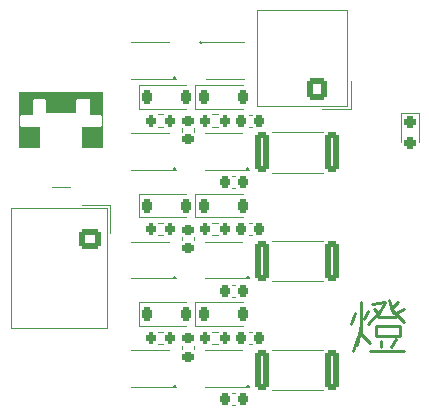
<source format=gbr>
%TF.GenerationSoftware,KiCad,Pcbnew,7.0.11*%
%TF.CreationDate,2024-11-13T01:10:25+09:00*%
%TF.ProjectId,MD,4d442e6b-6963-4616-945f-706362585858,rev?*%
%TF.SameCoordinates,Original*%
%TF.FileFunction,Legend,Top*%
%TF.FilePolarity,Positive*%
%FSLAX46Y46*%
G04 Gerber Fmt 4.6, Leading zero omitted, Abs format (unit mm)*
G04 Created by KiCad (PCBNEW 7.0.11) date 2024-11-13 01:10:25*
%MOMM*%
%LPD*%
G01*
G04 APERTURE LIST*
G04 Aperture macros list*
%AMRoundRect*
0 Rectangle with rounded corners*
0 $1 Rounding radius*
0 $2 $3 $4 $5 $6 $7 $8 $9 X,Y pos of 4 corners*
0 Add a 4 corners polygon primitive as box body*
4,1,4,$2,$3,$4,$5,$6,$7,$8,$9,$2,$3,0*
0 Add four circle primitives for the rounded corners*
1,1,$1+$1,$2,$3*
1,1,$1+$1,$4,$5*
1,1,$1+$1,$6,$7*
1,1,$1+$1,$8,$9*
0 Add four rect primitives between the rounded corners*
20,1,$1+$1,$2,$3,$4,$5,0*
20,1,$1+$1,$4,$5,$6,$7,0*
20,1,$1+$1,$6,$7,$8,$9,0*
20,1,$1+$1,$8,$9,$2,$3,0*%
G04 Aperture macros list end*
%ADD10C,0.260000*%
%ADD11C,0.120000*%
%ADD12C,0.100000*%
%ADD13C,0.160000*%
%ADD14RoundRect,0.250000X0.362500X1.425000X-0.362500X1.425000X-0.362500X-1.425000X0.362500X-1.425000X0*%
%ADD15RoundRect,0.225000X0.225000X0.250000X-0.225000X0.250000X-0.225000X-0.250000X0.225000X-0.250000X0*%
%ADD16RoundRect,0.225000X-0.225000X-0.375000X0.225000X-0.375000X0.225000X0.375000X-0.225000X0.375000X0*%
%ADD17RoundRect,0.225000X0.250000X-0.225000X0.250000X0.225000X-0.250000X0.225000X-0.250000X-0.225000X0*%
%ADD18RoundRect,0.200000X0.200000X0.275000X-0.200000X0.275000X-0.200000X-0.275000X0.200000X-0.275000X0*%
%ADD19R,0.900000X0.400000*%
%ADD20R,0.900000X0.375000*%
%ADD21R,0.700000X0.400000*%
%ADD22R,2.200000X2.650000*%
%ADD23R,0.700000X0.375000*%
%ADD24RoundRect,0.237500X-0.237500X0.287500X-0.237500X-0.287500X0.237500X-0.287500X0.237500X0.287500X0*%
%ADD25C,0.900000*%
%ADD26R,1.500000X0.700000*%
%ADD27R,0.800000X1.000000*%
%ADD28RoundRect,0.250000X-0.675000X0.600000X-0.675000X-0.600000X0.675000X-0.600000X0.675000X0.600000X0*%
%ADD29O,1.850000X1.700000*%
%ADD30RoundRect,0.250000X0.600000X0.675000X-0.600000X0.675000X-0.600000X-0.675000X0.600000X-0.675000X0*%
%ADD31O,1.700000X1.850000*%
%ADD32C,1.200000*%
%ADD33R,1.000000X1.000000*%
%ADD34O,1.000000X1.000000*%
G04 APERTURE END LIST*
D10*
X31359523Y-26149194D02*
X32807142Y-26149194D01*
X31178571Y-27777765D02*
X33169047Y-27777765D01*
X30635714Y-29044432D02*
X33530952Y-29044432D01*
X31178571Y-26873003D02*
X31178571Y-27777765D01*
X31178571Y-26873003D02*
X33169047Y-26873003D01*
X33169047Y-26873003D02*
X33169047Y-27777765D01*
X29911904Y-24882527D02*
X29911904Y-27596813D01*
X29911904Y-27596813D02*
X30635714Y-28320622D01*
X32445238Y-25425384D02*
X33530952Y-26511099D01*
X33530952Y-25425384D02*
X32807142Y-25787289D01*
X30997618Y-25425384D02*
X31359523Y-25787289D01*
X31359523Y-25787289D02*
X30454761Y-26692051D01*
X32988095Y-24882527D02*
X32445238Y-25425384D01*
X31540476Y-28139670D02*
X31540476Y-28682527D01*
X32264285Y-24701575D02*
X32626190Y-25787289D01*
X32807142Y-27958718D02*
X32445238Y-28682527D01*
X30454761Y-25606337D02*
X30092857Y-26330146D01*
X29730952Y-27596813D02*
X29188095Y-29044432D01*
X30816666Y-25063480D02*
X31902380Y-24882527D01*
X31902380Y-24882527D02*
X31359523Y-25968241D01*
X29369047Y-25787289D02*
X29007142Y-26692051D01*
X29911904Y-26692051D02*
X29549999Y-28501575D01*
D11*
%TO.C,R61*%
X26677064Y-23110000D02*
X22322936Y-23110000D01*
X26677064Y-19690000D02*
X22322936Y-19690000D01*
%TO.C,C41*%
X20640580Y-10010000D02*
X20359420Y-10010000D01*
X20640580Y-8990000D02*
X20359420Y-8990000D01*
%TO.C,C38*%
X20640580Y-19210000D02*
X20359420Y-19210000D01*
X20640580Y-18190000D02*
X20359420Y-18190000D01*
%TO.C,D18*%
X11040000Y-6500000D02*
X11040000Y-8500000D01*
X11040000Y-6500000D02*
X15050000Y-6500000D01*
X11040000Y-8500000D02*
X15050000Y-8500000D01*
%TO.C,C40*%
X14690000Y-10440580D02*
X14690000Y-10159420D01*
X15710000Y-10440580D02*
X15710000Y-10159420D01*
%TO.C,R67*%
X13137258Y-28422500D02*
X12662742Y-28422500D01*
X13137258Y-27377500D02*
X12662742Y-27377500D01*
%TO.C,R68*%
X17737258Y-28422500D02*
X17262742Y-28422500D01*
X17737258Y-27377500D02*
X17262742Y-27377500D01*
D12*
%TO.C,Q12*%
X16630000Y-13650000D02*
X20400000Y-13650000D01*
X16630000Y-10550000D02*
X19824000Y-10550000D01*
D13*
X20380000Y-13600000D02*
G75*
G03*
X20220000Y-13600000I-80000J0D01*
G01*
X20220000Y-13600000D02*
G75*
G03*
X20380000Y-13600000I80000J0D01*
G01*
D12*
%TO.C,Q10*%
X10430000Y-32050000D02*
X14200000Y-32050000D01*
X10430000Y-28950000D02*
X13624000Y-28950000D01*
D13*
X14180000Y-32000000D02*
G75*
G03*
X14020000Y-32000000I-80000J0D01*
G01*
X14020000Y-32000000D02*
G75*
G03*
X14180000Y-32000000I80000J0D01*
G01*
D11*
%TO.C,C37*%
X14690000Y-19640580D02*
X14690000Y-19359420D01*
X15710000Y-19640580D02*
X15710000Y-19359420D01*
%TO.C,R66*%
X26677064Y-13910000D02*
X22322936Y-13910000D01*
X26677064Y-10490000D02*
X22322936Y-10490000D01*
%TO.C,D17*%
X15840000Y-15700000D02*
X15840000Y-17700000D01*
X15840000Y-15700000D02*
X19850000Y-15700000D01*
X15840000Y-17700000D02*
X19850000Y-17700000D01*
%TO.C,D1*%
X34748195Y-8840000D02*
X33278195Y-8840000D01*
X33278195Y-8840000D02*
X33278195Y-11300000D01*
X34748195Y-11300000D02*
X34748195Y-8840000D01*
%TO.C,R73*%
X13137258Y-10022500D02*
X12662742Y-10022500D01*
X13137258Y-8977500D02*
X12662742Y-8977500D01*
D12*
%TO.C,SW4*%
X7950000Y-9050000D02*
X7950000Y-9950000D01*
X950000Y-9950000D02*
X950000Y-9100000D01*
X5200000Y-15100000D02*
X5200000Y-15100000D01*
X5200000Y-15100000D02*
X3700000Y-15100000D01*
X3700000Y-15100000D02*
X5200000Y-15100000D01*
X3700000Y-15100000D02*
X3700000Y-15100000D01*
X7950000Y-7550000D02*
X950000Y-7550000D01*
X950000Y-7550000D02*
X950000Y-7050000D01*
X950000Y-7050000D02*
X7950000Y-7050000D01*
X7950000Y-7050000D02*
X7950000Y-7550000D01*
G36*
X7950000Y-7550000D02*
G01*
X950000Y-7550000D01*
X950000Y-7050000D01*
X7950000Y-7050000D01*
X7950000Y-7550000D01*
G37*
X7950000Y-11750000D02*
X6250000Y-11750000D01*
X6250000Y-10050000D01*
X7800000Y-10050000D01*
X7950000Y-9900000D01*
X7950000Y-11750000D01*
G36*
X7950000Y-11750000D02*
G01*
X6250000Y-11750000D01*
X6250000Y-10050000D01*
X7800000Y-10050000D01*
X7950000Y-9900000D01*
X7950000Y-11750000D01*
G37*
X1100000Y-10050000D02*
X2650000Y-10050000D01*
X2650000Y-11750000D01*
X950000Y-11750000D01*
X950000Y-9950000D01*
X1100000Y-10050000D01*
G36*
X1100000Y-10050000D02*
G01*
X2650000Y-10050000D01*
X2650000Y-11750000D01*
X950000Y-11750000D01*
X950000Y-9950000D01*
X1100000Y-10050000D01*
G37*
X7950000Y-9100000D02*
X7800000Y-8950000D01*
X6900000Y-8950000D01*
X6900000Y-7700000D01*
X6650000Y-7450000D01*
X7950000Y-7450000D01*
X7950000Y-9100000D01*
G36*
X7950000Y-9100000D02*
G01*
X7800000Y-8950000D01*
X6900000Y-8950000D01*
X6900000Y-7700000D01*
X6650000Y-7450000D01*
X7950000Y-7450000D01*
X7950000Y-9100000D01*
G37*
X5700000Y-7700000D02*
X5700000Y-8750000D01*
X3200000Y-8750000D01*
X3200000Y-7700000D01*
X3050000Y-7550000D01*
X5850000Y-7550000D01*
X5700000Y-7700000D01*
G36*
X5700000Y-7700000D02*
G01*
X5700000Y-8750000D01*
X3200000Y-8750000D01*
X3200000Y-7700000D01*
X3050000Y-7550000D01*
X5850000Y-7550000D01*
X5700000Y-7700000D01*
G37*
X2000000Y-7700000D02*
X2000000Y-8950000D01*
X1100000Y-8950000D01*
X950000Y-9100000D01*
X950000Y-7550000D01*
X2150000Y-7550000D01*
X2000000Y-7700000D01*
G36*
X2000000Y-7700000D02*
G01*
X2000000Y-8950000D01*
X1100000Y-8950000D01*
X950000Y-9100000D01*
X950000Y-7550000D01*
X2150000Y-7550000D01*
X2000000Y-7700000D01*
G37*
D11*
%TO.C,D15*%
X15840000Y-24900000D02*
X15840000Y-26900000D01*
X15840000Y-24900000D02*
X19850000Y-24900000D01*
X15840000Y-26900000D02*
X19850000Y-26900000D01*
%TO.C,J6*%
X8660000Y-16640000D02*
X8660000Y-19050000D01*
X6250000Y-16640000D02*
X8660000Y-16640000D01*
X8360000Y-16940000D02*
X240000Y-16940000D01*
X240000Y-16940000D02*
X240000Y-27060000D01*
X8360000Y-27060000D02*
X8360000Y-16940000D01*
X240000Y-27060000D02*
X8360000Y-27060000D01*
D12*
%TO.C,Q6*%
X10430000Y-5950000D02*
X14200000Y-5950000D01*
X10430000Y-2850000D02*
X13624000Y-2850000D01*
D13*
X14180000Y-5900000D02*
G75*
G03*
X14020000Y-5900000I-80000J0D01*
G01*
X14020000Y-5900000D02*
G75*
G03*
X14180000Y-5900000I80000J0D01*
G01*
D12*
%TO.C,Q9*%
X10430000Y-22850000D02*
X14200000Y-22850000D01*
X10430000Y-19750000D02*
X13624000Y-19750000D01*
D13*
X14180000Y-22800000D02*
G75*
G03*
X14020000Y-22800000I-80000J0D01*
G01*
X14020000Y-22800000D02*
G75*
G03*
X14180000Y-22800000I80000J0D01*
G01*
D11*
%TO.C,C34*%
X20640580Y-28410000D02*
X20359420Y-28410000D01*
X20640580Y-27390000D02*
X20359420Y-27390000D01*
%TO.C,C33*%
X14690000Y-28840580D02*
X14690000Y-28559420D01*
X15710000Y-28840580D02*
X15710000Y-28559420D01*
D12*
%TO.C,Q8*%
X16630000Y-22850000D02*
X20400000Y-22850000D01*
X16630000Y-19750000D02*
X19824000Y-19750000D01*
D13*
X20380000Y-22800000D02*
G75*
G03*
X20220000Y-22800000I-80000J0D01*
G01*
X20220000Y-22800000D02*
G75*
G03*
X20380000Y-22800000I80000J0D01*
G01*
D11*
%TO.C,C35*%
X19240580Y-33610000D02*
X18959420Y-33610000D01*
X19240580Y-32590000D02*
X18959420Y-32590000D01*
%TO.C,D16*%
X11040000Y-15700000D02*
X11040000Y-17700000D01*
X11040000Y-15700000D02*
X15050000Y-15700000D01*
X11040000Y-17700000D02*
X15050000Y-17700000D01*
%TO.C,R74*%
X17737258Y-10022500D02*
X17262742Y-10022500D01*
X17737258Y-8977500D02*
X17262742Y-8977500D01*
%TO.C,R70*%
X13137258Y-19222500D02*
X12662742Y-19222500D01*
X13137258Y-18177500D02*
X12662742Y-18177500D01*
%TO.C,D19*%
X15840000Y-6500000D02*
X15840000Y-8500000D01*
X15840000Y-6500000D02*
X19850000Y-6500000D01*
X15840000Y-8500000D02*
X19850000Y-8500000D01*
%TO.C,D14*%
X11040000Y-24900000D02*
X11040000Y-26900000D01*
X11040000Y-24900000D02*
X15050000Y-24900000D01*
X11040000Y-26900000D02*
X15050000Y-26900000D01*
%TO.C,R56*%
X26677064Y-32310000D02*
X22322936Y-32310000D01*
X26677064Y-28890000D02*
X22322936Y-28890000D01*
%TO.C,C39*%
X19240580Y-15210000D02*
X18959420Y-15210000D01*
X19240580Y-14190000D02*
X18959420Y-14190000D01*
D12*
%TO.C,Q11*%
X10430000Y-13650000D02*
X14200000Y-13650000D01*
X10430000Y-10550000D02*
X13624000Y-10550000D01*
D13*
X14180000Y-13600000D02*
G75*
G03*
X14020000Y-13600000I-80000J0D01*
G01*
X14020000Y-13600000D02*
G75*
G03*
X14180000Y-13600000I80000J0D01*
G01*
D11*
%TO.C,J5*%
X29010000Y-8560000D02*
X26600000Y-8560000D01*
X29010000Y-6150000D02*
X29010000Y-8560000D01*
X28710000Y-8260000D02*
X28710000Y-140000D01*
X28710000Y-140000D02*
X21090000Y-140000D01*
X21090000Y-8260000D02*
X28710000Y-8260000D01*
X21090000Y-140000D02*
X21090000Y-8260000D01*
%TO.C,R71*%
X17737258Y-19222500D02*
X17262742Y-19222500D01*
X17737258Y-18177500D02*
X17262742Y-18177500D01*
D12*
%TO.C,Q7*%
X16630000Y-32050000D02*
X20400000Y-32050000D01*
X16630000Y-28950000D02*
X19824000Y-28950000D01*
D13*
X20380000Y-32000000D02*
G75*
G03*
X20220000Y-32000000I-80000J0D01*
G01*
X20220000Y-32000000D02*
G75*
G03*
X20380000Y-32000000I80000J0D01*
G01*
D11*
%TO.C,C36*%
X19240580Y-24410000D02*
X18959420Y-24410000D01*
X19240580Y-23390000D02*
X18959420Y-23390000D01*
D12*
%TO.C,Q2*%
X19970000Y-2850000D02*
X16200000Y-2850000D01*
X19970000Y-5950000D02*
X16776000Y-5950000D01*
D13*
X16380000Y-2900000D02*
G75*
G03*
X16220000Y-2900000I-80000J0D01*
G01*
X16220000Y-2900000D02*
G75*
G03*
X16380000Y-2900000I80000J0D01*
G01*
%TD*%
%LPC*%
D14*
%TO.C,R61*%
X27462500Y-21400000D03*
X21537500Y-21400000D03*
%TD*%
D15*
%TO.C,C41*%
X21275000Y-9500000D03*
X19725000Y-9500000D03*
%TD*%
%TO.C,C38*%
X21275000Y-18700000D03*
X19725000Y-18700000D03*
%TD*%
D16*
%TO.C,D18*%
X11750000Y-7500000D03*
X15050000Y-7500000D03*
%TD*%
D17*
%TO.C,C40*%
X15200000Y-11075000D03*
X15200000Y-9525000D03*
%TD*%
D18*
%TO.C,R67*%
X13725000Y-27900000D03*
X12075000Y-27900000D03*
%TD*%
%TO.C,R68*%
X18325000Y-27900000D03*
X16675000Y-27900000D03*
%TD*%
D19*
%TO.C,Q12*%
X20050000Y-13075000D03*
X20050000Y-12425000D03*
D20*
X20050000Y-11787500D03*
D19*
X20050000Y-11125000D03*
D21*
X16450000Y-13075000D03*
X16450000Y-12425000D03*
D22*
X17900000Y-12100000D03*
D23*
X16450000Y-11787500D03*
D21*
X16450000Y-11125000D03*
%TD*%
D19*
%TO.C,Q10*%
X13850000Y-31475000D03*
X13850000Y-30825000D03*
D20*
X13850000Y-30187500D03*
D19*
X13850000Y-29525000D03*
D21*
X10250000Y-31475000D03*
X10250000Y-30825000D03*
D22*
X11700000Y-30500000D03*
D23*
X10250000Y-30187500D03*
D21*
X10250000Y-29525000D03*
%TD*%
D17*
%TO.C,C37*%
X15200000Y-20275000D03*
X15200000Y-18725000D03*
%TD*%
D14*
%TO.C,R66*%
X27462500Y-12200000D03*
X21537500Y-12200000D03*
%TD*%
D16*
%TO.C,D17*%
X16550000Y-16700000D03*
X19850000Y-16700000D03*
%TD*%
D24*
%TO.C,D1*%
X34013195Y-9625000D03*
X34013195Y-11375000D03*
%TD*%
D18*
%TO.C,R73*%
X13725000Y-9500000D03*
X12075000Y-9500000D03*
%TD*%
D25*
%TO.C,SW4*%
X4450000Y-10250000D03*
X4450000Y-13250000D03*
D26*
X7000000Y-9500000D03*
X7000000Y-12500000D03*
X7000000Y-14000000D03*
X1900000Y-9500000D03*
X1900000Y-12500000D03*
X1900000Y-14000000D03*
D27*
X6300000Y-8250000D03*
X6300000Y-15250000D03*
X2600000Y-8250000D03*
X2600000Y-15250000D03*
%TD*%
D16*
%TO.C,D15*%
X16550000Y-25900000D03*
X19850000Y-25900000D03*
%TD*%
D28*
%TO.C,J6*%
X6950000Y-19500000D03*
D29*
X6950000Y-22000000D03*
X6950000Y-24500000D03*
%TD*%
D19*
%TO.C,Q6*%
X13850000Y-5375000D03*
X13850000Y-4725000D03*
D20*
X13850000Y-4087500D03*
D19*
X13850000Y-3425000D03*
D21*
X10250000Y-5375000D03*
X10250000Y-4725000D03*
D22*
X11700000Y-4400000D03*
D23*
X10250000Y-4087500D03*
D21*
X10250000Y-3425000D03*
%TD*%
D19*
%TO.C,Q9*%
X13850000Y-22275000D03*
X13850000Y-21625000D03*
D20*
X13850000Y-20987500D03*
D19*
X13850000Y-20325000D03*
D21*
X10250000Y-22275000D03*
X10250000Y-21625000D03*
D22*
X11700000Y-21300000D03*
D23*
X10250000Y-20987500D03*
D21*
X10250000Y-20325000D03*
%TD*%
D15*
%TO.C,C34*%
X21275000Y-27900000D03*
X19725000Y-27900000D03*
%TD*%
D17*
%TO.C,C33*%
X15200000Y-29475000D03*
X15200000Y-27925000D03*
%TD*%
D19*
%TO.C,Q8*%
X20050000Y-22275000D03*
X20050000Y-21625000D03*
D20*
X20050000Y-20987500D03*
D19*
X20050000Y-20325000D03*
D21*
X16450000Y-22275000D03*
X16450000Y-21625000D03*
D22*
X17900000Y-21300000D03*
D23*
X16450000Y-20987500D03*
D21*
X16450000Y-20325000D03*
%TD*%
D15*
%TO.C,C35*%
X19875000Y-33100000D03*
X18325000Y-33100000D03*
%TD*%
D16*
%TO.C,D16*%
X11750000Y-16700000D03*
X15050000Y-16700000D03*
%TD*%
D18*
%TO.C,R74*%
X18325000Y-9500000D03*
X16675000Y-9500000D03*
%TD*%
%TO.C,R70*%
X13725000Y-18700000D03*
X12075000Y-18700000D03*
%TD*%
D16*
%TO.C,D19*%
X16550000Y-7500000D03*
X19850000Y-7500000D03*
%TD*%
%TO.C,D14*%
X11750000Y-25900000D03*
X15050000Y-25900000D03*
%TD*%
D14*
%TO.C,R56*%
X27462500Y-30600000D03*
X21537500Y-30600000D03*
%TD*%
D15*
%TO.C,C39*%
X19875000Y-14700000D03*
X18325000Y-14700000D03*
%TD*%
D19*
%TO.C,Q11*%
X13850000Y-13075000D03*
X13850000Y-12425000D03*
D20*
X13850000Y-11787500D03*
D19*
X13850000Y-11125000D03*
D21*
X10250000Y-13075000D03*
X10250000Y-12425000D03*
D22*
X11700000Y-12100000D03*
D23*
X10250000Y-11787500D03*
D21*
X10250000Y-11125000D03*
%TD*%
D30*
%TO.C,J5*%
X26150000Y-6850000D03*
D31*
X23650000Y-6850000D03*
%TD*%
D18*
%TO.C,R71*%
X18325000Y-18700000D03*
X16675000Y-18700000D03*
%TD*%
D19*
%TO.C,Q7*%
X20050000Y-31475000D03*
X20050000Y-30825000D03*
D20*
X20050000Y-30187500D03*
D19*
X20050000Y-29525000D03*
D21*
X16450000Y-31475000D03*
X16450000Y-30825000D03*
D22*
X17900000Y-30500000D03*
D23*
X16450000Y-30187500D03*
D21*
X16450000Y-29525000D03*
%TD*%
D15*
%TO.C,C36*%
X19875000Y-23900000D03*
X18325000Y-23900000D03*
%TD*%
D19*
%TO.C,Q2*%
X16550000Y-3425000D03*
X16550000Y-4075000D03*
D20*
X16550000Y-4712500D03*
D19*
X16550000Y-5375000D03*
D21*
X20150000Y-3425000D03*
X20150000Y-4075000D03*
D22*
X18700000Y-4400000D03*
D23*
X20150000Y-4712500D03*
D21*
X20150000Y-5375000D03*
%TD*%
D32*
%TO.C,C17*%
X12500000Y-1100000D03*
X10500000Y-1100000D03*
%TD*%
D33*
%TO.C,J4*%
X31355000Y-7175000D03*
D34*
X32625000Y-7175000D03*
X31355000Y-8445000D03*
X32625000Y-8445000D03*
X31355000Y-9715000D03*
X32625000Y-9715000D03*
X31355000Y-10985000D03*
X32625000Y-10985000D03*
X31355000Y-12255000D03*
X32625000Y-12255000D03*
X31355000Y-13525000D03*
X32625000Y-13525000D03*
X31355000Y-14795000D03*
X32625000Y-14795000D03*
X31355000Y-16065000D03*
X32625000Y-16065000D03*
X31355000Y-17335000D03*
X32625000Y-17335000D03*
X31355000Y-18605000D03*
X32625000Y-18605000D03*
X31355000Y-19875000D03*
X32625000Y-19875000D03*
X31355000Y-21145000D03*
X32625000Y-21145000D03*
X31355000Y-22415000D03*
X32625000Y-22415000D03*
%TD*%
D32*
%TO.C,C2*%
X17800000Y-1100000D03*
X15800000Y-1100000D03*
%TD*%
%LPD*%
M02*

</source>
